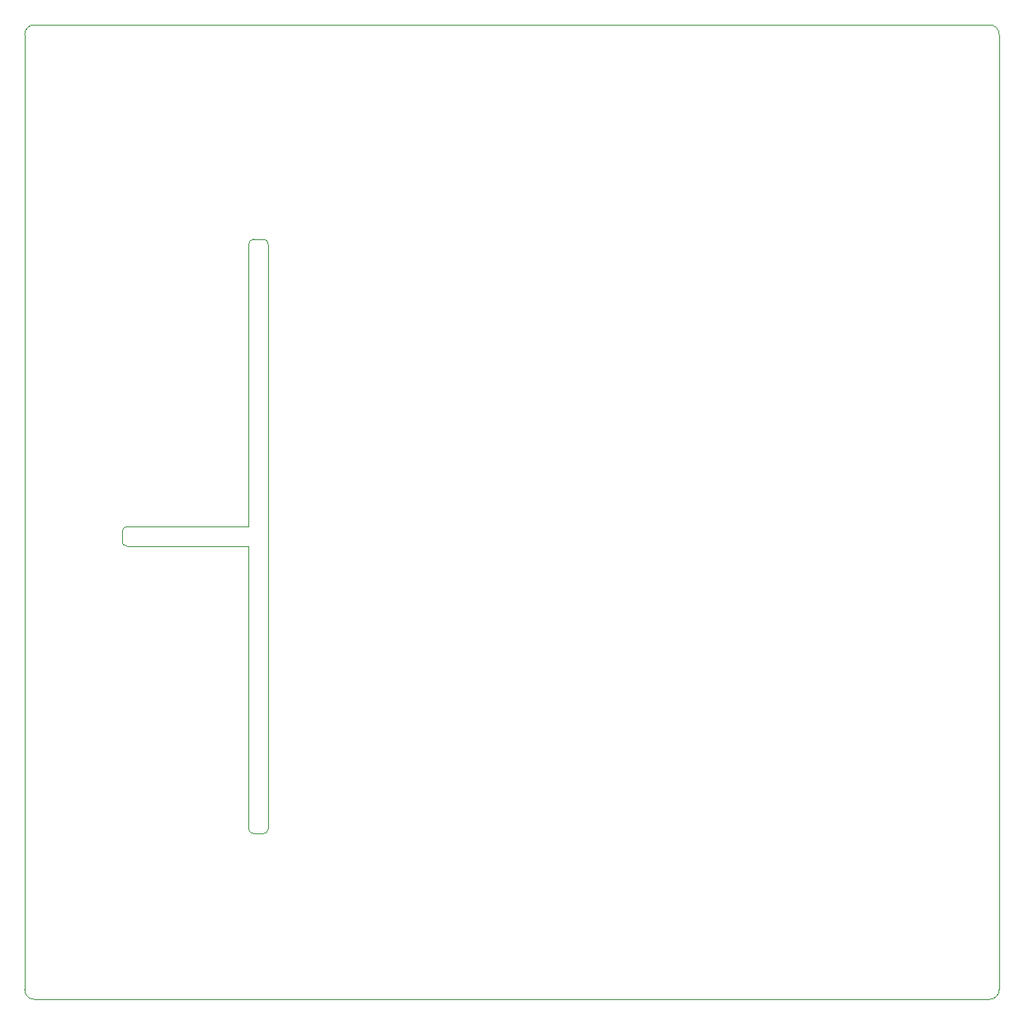
<source format=gm1>
G04 #@! TF.GenerationSoftware,KiCad,Pcbnew,5.1.4-e60b266~84~ubuntu18.04.1*
G04 #@! TF.CreationDate,2019-09-12T23:07:35+01:00*
G04 #@! TF.ProjectId,load,6c6f6164-2e6b-4696-9361-645f70636258,rev?*
G04 #@! TF.SameCoordinates,Original*
G04 #@! TF.FileFunction,Profile,NP*
%FSLAX46Y46*%
G04 Gerber Fmt 4.6, Leading zero omitted, Abs format (unit mm)*
G04 Created by KiCad (PCBNEW 5.1.4-e60b266~84~ubuntu18.04.1) date 2019-09-12 23:07:35*
%MOMM*%
%LPD*%
G04 APERTURE LIST*
%ADD10C,0.050000*%
G04 APERTURE END LIST*
D10*
X55000000Y-97000000D02*
G75*
G02X55500000Y-96500000I500000J0D01*
G01*
X55500000Y-98500000D02*
G75*
G02X55000000Y-98000000I0J500000D01*
G01*
X68000000Y-98500000D02*
X68000000Y-127500000D01*
X55500000Y-98500000D02*
X68000000Y-98500000D01*
X55000000Y-97000000D02*
X55000000Y-98000000D01*
X68000000Y-96500000D02*
X55500000Y-96500000D01*
X68000000Y-67500000D02*
G75*
G02X68500000Y-67000000I500000J0D01*
G01*
X69500000Y-67000000D02*
G75*
G02X70000000Y-67500000I0J-500000D01*
G01*
X70000000Y-127500000D02*
G75*
G02X69500000Y-128000000I-500000J0D01*
G01*
X68500000Y-128000000D02*
G75*
G02X68000000Y-127500000I0J500000D01*
G01*
X70000000Y-127500000D02*
X70000000Y-67500000D01*
X68500000Y-128000000D02*
X69500000Y-128000000D01*
X68000000Y-67500000D02*
X68000000Y-96500000D01*
X69500000Y-67000000D02*
X68500000Y-67000000D01*
X145000000Y-144000000D02*
G75*
G02X144000000Y-145000000I-1000000J0D01*
G01*
X46000000Y-145000000D02*
G75*
G02X45000000Y-144000000I0J1000000D01*
G01*
X45000000Y-46000000D02*
G75*
G02X46000000Y-45000000I1000000J0D01*
G01*
X144000000Y-45000000D02*
G75*
G02X145000000Y-46000000I0J-1000000D01*
G01*
X144000000Y-45000000D02*
X46000000Y-45000000D01*
X145000000Y-144000000D02*
X145000000Y-46000000D01*
X46000000Y-145000000D02*
X144000000Y-145000000D01*
X45000000Y-46000000D02*
X45000000Y-144000000D01*
M02*

</source>
